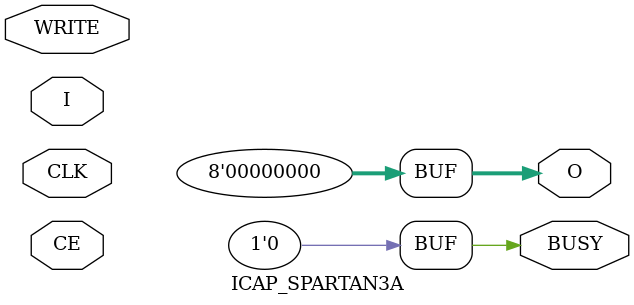
<source format=v>
module ICAP_SPARTAN3A(	// file.cleaned.mlir:2:3
  input        CE,	// file.cleaned.mlir:2:32
               CLK,	// file.cleaned.mlir:2:45
  input  [7:0] I,	// file.cleaned.mlir:2:59
  input        WRITE,	// file.cleaned.mlir:2:71
  output       BUSY,	// file.cleaned.mlir:2:88
  output [7:0] O	// file.cleaned.mlir:2:103
);

  assign BUSY = 1'h0;	// file.cleaned.mlir:3:14, :5:5
  assign O = 8'h0;	// file.cleaned.mlir:4:14, :5:5
endmodule


</source>
